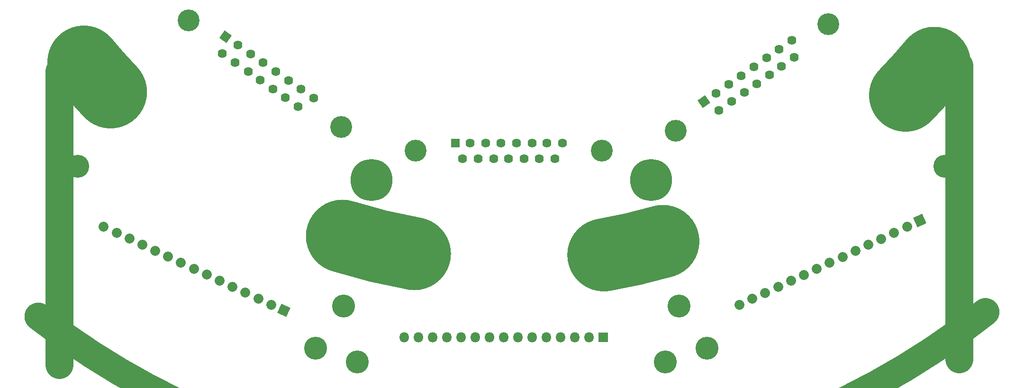
<source format=gts>
G04 #@! TF.FileFunction,Soldermask,Top*
%FSLAX46Y46*%
G04 Gerber Fmt 4.6, Leading zero omitted, Abs format (unit mm)*
G04 Created by KiCad (PCBNEW 4.0.6) date Fri Oct 27 18:31:30 2017*
%MOMM*%
%LPD*%
G01*
G04 APERTURE LIST*
%ADD10C,0.100000*%
%ADD11C,5.000000*%
%ADD12C,13.000000*%
%ADD13C,7.500000*%
%ADD14C,3.910000*%
%ADD15C,1.620000*%
%ADD16R,1.620000X1.620000*%
%ADD17C,1.800000*%
%ADD18R,1.800000X1.800000*%
%ADD19O,1.800000X1.800000*%
%ADD20C,4.100000*%
G04 APERTURE END LIST*
D10*
D11*
X230000000Y-119500000D02*
X230000000Y-67000000D01*
X65500000Y-111877393D02*
G75*
G03X234730293Y-111070000I84100293J108317393D01*
G01*
D12*
X119816959Y-97510512D02*
G75*
G03X132700000Y-100650000I29767316J94148777D01*
G01*
X166517054Y-100874136D02*
G75*
G03X177100000Y-98450000I-16732779J97362401D01*
G01*
X73621178Y-66391029D02*
G75*
G03X78400000Y-71750000I75963097J62929294D01*
G01*
X220430491Y-72336298D02*
G75*
G03X225584275Y-66611735I-70746216J68874563D01*
G01*
D11*
X69250000Y-120500000D02*
X69250000Y-68000000D01*
D13*
X175000000Y-87500000D03*
D14*
X92322822Y-58918684D03*
X119576010Y-78001572D03*
D10*
G36*
X97821890Y-62048916D02*
X98751084Y-60721890D01*
X100078110Y-61651084D01*
X99148916Y-62978110D01*
X97821890Y-62048916D01*
X97821890Y-62048916D01*
G37*
D15*
X101137136Y-63381449D03*
X103422570Y-64981727D03*
X105609706Y-66513176D03*
X107895140Y-68113455D03*
X110188766Y-69719469D03*
X112367710Y-71245182D03*
X114661336Y-72851196D03*
X98390045Y-64863876D03*
X100675479Y-66464155D03*
X102969105Y-68070169D03*
X105156241Y-69601618D03*
X107441675Y-71201896D03*
X109628811Y-72733345D03*
X111914245Y-74333623D03*
D14*
X179388235Y-78717949D03*
X206641423Y-59635061D03*
D10*
G36*
X184210483Y-74621118D02*
X183281289Y-73294092D01*
X184608315Y-72364898D01*
X185537509Y-73691924D01*
X184210483Y-74621118D01*
X184210483Y-74621118D01*
G37*
D15*
X186596535Y-71961559D03*
X188881969Y-70361281D03*
X191069105Y-68829832D03*
X193354539Y-67229553D03*
X195648165Y-65623539D03*
X197827109Y-64097826D03*
X200120735Y-62491812D03*
X187050000Y-75050000D03*
X189335435Y-73449722D03*
X191629060Y-71843708D03*
X193816196Y-70312259D03*
X196101630Y-68711981D03*
X198288766Y-67180531D03*
X200574201Y-65580253D03*
D14*
X132880000Y-82260000D03*
X166150000Y-82260000D03*
D16*
X139990000Y-80860000D03*
D15*
X142660000Y-80860000D03*
X145450000Y-80860000D03*
X148120000Y-80860000D03*
X150910000Y-80860000D03*
X153710000Y-80860000D03*
X156370000Y-80860000D03*
X159170000Y-80860000D03*
X141260000Y-83650000D03*
X144050000Y-83650000D03*
X146850000Y-83650000D03*
X149520000Y-83650000D03*
X152310000Y-83650000D03*
X154980000Y-83650000D03*
X157770000Y-83650000D03*
D10*
G36*
X108922766Y-109597769D02*
X110554120Y-110358481D01*
X109793408Y-111989835D01*
X108162054Y-111229123D01*
X108922766Y-109597769D01*
X108922766Y-109597769D01*
G37*
D17*
X107056065Y-109720352D02*
X107056065Y-109720352D01*
X104754043Y-108646901D02*
X104754043Y-108646901D01*
X102452022Y-107573451D02*
X102452022Y-107573451D01*
X100150000Y-106500000D02*
X100150000Y-106500000D01*
X97847978Y-105426550D02*
X97847978Y-105426550D01*
X95545956Y-104353100D02*
X95545956Y-104353100D01*
X93243935Y-103279649D02*
X93243935Y-103279649D01*
X90941913Y-102206199D02*
X90941913Y-102206199D01*
X88639891Y-101132749D02*
X88639891Y-101132749D01*
X86337869Y-100059298D02*
X86337869Y-100059298D01*
X84035847Y-98985848D02*
X84035847Y-98985848D01*
X81733826Y-97912397D02*
X81733826Y-97912397D01*
X79431804Y-96838947D02*
X79431804Y-96838947D01*
X77129782Y-95765497D02*
X77129782Y-95765497D01*
D10*
G36*
X221760032Y-94294328D02*
X223391386Y-93533616D01*
X224152098Y-95164970D01*
X222520744Y-95925682D01*
X221760032Y-94294328D01*
X221760032Y-94294328D01*
G37*
D17*
X220654043Y-95803099D02*
X220654043Y-95803099D01*
X218352021Y-96876550D02*
X218352021Y-96876550D01*
X216050000Y-97950000D02*
X216050000Y-97950000D01*
X213747978Y-99023451D02*
X213747978Y-99023451D01*
X211445956Y-100096901D02*
X211445956Y-100096901D01*
X209143934Y-101170351D02*
X209143934Y-101170351D01*
X206841913Y-102243802D02*
X206841913Y-102243802D01*
X204539891Y-103317252D02*
X204539891Y-103317252D01*
X202237869Y-104390702D02*
X202237869Y-104390702D01*
X199935847Y-105464153D02*
X199935847Y-105464153D01*
X197633825Y-106537603D02*
X197633825Y-106537603D01*
X195331804Y-107611054D02*
X195331804Y-107611054D01*
X193029782Y-108684504D02*
X193029782Y-108684504D01*
X190727760Y-109757954D02*
X190727760Y-109757954D01*
D18*
X166440000Y-115600000D03*
D19*
X163900000Y-115600000D03*
X161360000Y-115600000D03*
X158820000Y-115600000D03*
X156280000Y-115600000D03*
X153740000Y-115600000D03*
X151200000Y-115600000D03*
X148660000Y-115600000D03*
X146120000Y-115600000D03*
X143580000Y-115600000D03*
X141040000Y-115600000D03*
X138500000Y-115600000D03*
X135960000Y-115600000D03*
X133420000Y-115600000D03*
X130880000Y-115600000D03*
D13*
X125000000Y-87500000D03*
D20*
X115000000Y-117500000D03*
X122500000Y-120000000D03*
X185000000Y-117500000D03*
X177500000Y-120000000D03*
X120000000Y-110000000D03*
X180000000Y-110000000D03*
X227500000Y-85000000D03*
X72500000Y-85000000D03*
M02*

</source>
